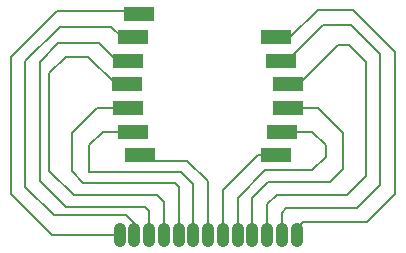
<source format=gbr>
G04 EAGLE Gerber RS-274X export*
G75*
%MOMM*%
%FSLAX34Y34*%
%LPD*%
%INTop Copper*%
%IPPOS*%
%AMOC8*
5,1,8,0,0,1.08239X$1,22.5*%
G01*
%ADD10C,1.008000*%
%ADD11R,2.540000X1.270000*%
%ADD12C,0.200000*%


D10*
X255500Y38860D02*
X255500Y48940D01*
X243000Y48940D02*
X243000Y38860D01*
X230500Y38860D02*
X230500Y48940D01*
X218000Y48940D02*
X218000Y38860D01*
X205500Y38860D02*
X205500Y48940D01*
X193000Y48940D02*
X193000Y38860D01*
X180500Y38860D02*
X180500Y48940D01*
X168000Y48940D02*
X168000Y38860D01*
X155500Y38860D02*
X155500Y48940D01*
X143000Y48940D02*
X143000Y38860D01*
X130500Y38860D02*
X130500Y48940D01*
X118000Y48940D02*
X118000Y38860D01*
X105500Y38860D02*
X105500Y48940D01*
D11*
X237700Y211400D03*
X242600Y191500D03*
X247800Y171400D03*
X247800Y151300D03*
X242700Y131400D03*
X237700Y111400D03*
X122500Y111500D03*
X117300Y131400D03*
X112300Y151400D03*
X112200Y171400D03*
X112300Y191390D03*
X117300Y211410D03*
X122300Y231430D03*
D12*
X261100Y55000D02*
X315000Y55000D01*
X338700Y78700D01*
X338700Y198700D01*
X261100Y55000D02*
X255500Y49400D01*
X255500Y43900D01*
X250260Y211400D02*
X273400Y234540D01*
X250260Y211400D02*
X237700Y211400D01*
X302860Y234540D02*
X338700Y198700D01*
X302860Y234540D02*
X273400Y234540D01*
X243000Y63000D02*
X243000Y43900D01*
X246400Y66400D02*
X306400Y66400D01*
X326400Y86400D01*
X326400Y196900D01*
X301200Y222100D01*
X278200Y222100D01*
X247600Y191500D01*
X242600Y191500D01*
X246400Y66400D02*
X243000Y63000D01*
X230500Y69900D02*
X230500Y43900D01*
X230500Y69900D02*
X238500Y77900D01*
X297900Y77900D01*
X314300Y94300D01*
X300000Y205000D02*
X290706Y205000D01*
X300000Y205000D02*
X314300Y190700D01*
X314300Y94300D01*
X257106Y171400D02*
X290706Y205000D01*
X257106Y171400D02*
X247800Y171400D01*
X218000Y75400D02*
X218000Y43900D01*
X218000Y75400D02*
X231500Y88900D01*
X283900Y88900D01*
X295000Y100000D01*
X295000Y130000D01*
X273700Y151300D01*
X247800Y151300D01*
X205500Y75500D02*
X205500Y43900D01*
X205500Y75500D02*
X228600Y98600D01*
X268600Y98600D01*
X280000Y110000D01*
X280000Y120000D01*
X268600Y131400D01*
X242700Y131400D01*
X193000Y81700D02*
X193000Y43900D01*
X222700Y111400D02*
X237700Y111400D01*
X222700Y111400D02*
X193000Y81700D01*
X180000Y90000D02*
X180000Y44400D01*
X180500Y43900D01*
X180000Y90000D02*
X163000Y107000D01*
X122500Y107000D01*
X168000Y87000D02*
X168000Y43900D01*
X157900Y97100D02*
X80000Y97100D01*
X80000Y120000D01*
X91400Y131400D01*
X117300Y131400D01*
X157900Y97100D02*
X168000Y87000D01*
X155500Y84500D02*
X155500Y43900D01*
X155500Y84500D02*
X152100Y87900D01*
X75000Y87900D01*
X65000Y97900D02*
X65000Y130000D01*
X86400Y151400D01*
X112300Y151400D01*
X65000Y97900D02*
X75000Y87900D01*
X143000Y72000D02*
X143000Y43900D01*
X143000Y72000D02*
X137400Y77600D01*
X66800Y77600D01*
X46200Y98200D02*
X46200Y181200D01*
X60000Y195000D01*
X102200Y171400D02*
X112200Y171400D01*
X102200Y171400D02*
X78600Y195000D01*
X60000Y195000D01*
X46200Y98200D02*
X66800Y77600D01*
X130500Y64500D02*
X130500Y43900D01*
X130500Y64500D02*
X127200Y67800D01*
X60200Y67800D01*
X38000Y90000D02*
X38000Y190600D01*
X53790Y206390D01*
X103100Y191390D02*
X112300Y191390D01*
X103100Y191390D02*
X88100Y206390D01*
X53790Y206390D01*
X38000Y90000D02*
X60200Y67800D01*
X118000Y53800D02*
X118000Y43900D01*
X118000Y53800D02*
X111100Y60700D01*
X49800Y60700D01*
X25900Y84600D02*
X25900Y190900D01*
X55000Y220000D02*
X98710Y220000D01*
X107300Y211410D02*
X117300Y211410D01*
X107300Y211410D02*
X98710Y220000D01*
X55000Y220000D02*
X25900Y190900D01*
X25900Y84600D02*
X49800Y60700D01*
X48200Y43900D02*
X105500Y43900D01*
X13500Y78600D02*
X13500Y195000D01*
X119790Y233940D02*
X122300Y231430D01*
X52440Y233940D02*
X13500Y195000D01*
X52440Y233940D02*
X119790Y233940D01*
X13500Y78600D02*
X48200Y43900D01*
M02*

</source>
